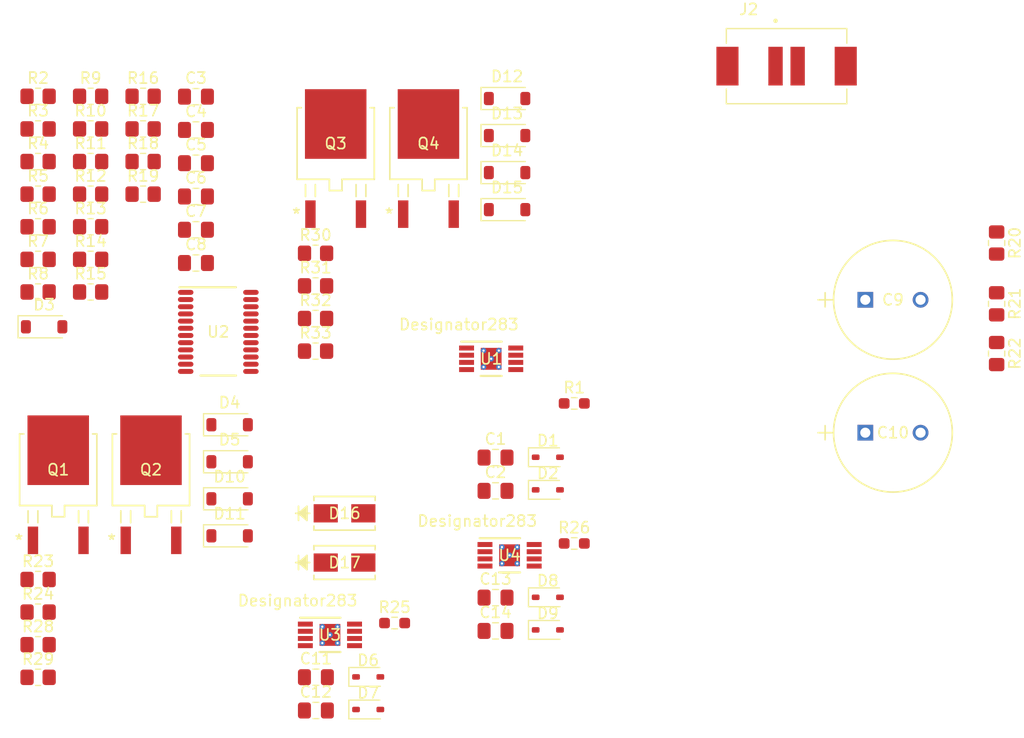
<source format=kicad_pcb>
(kicad_pcb (version 20240108) (generator "pcbnew") (generator_version "8.0")
  (layers (0 "F.Cu" signal) (1 "In1.Cu" signal) (2 "In2.Cu" signal) (31 "B.Cu" signal) (34 "B.Paste" user) (35 "F.Paste" user) (36 "B.SilkS" user "B.Silkscreen") (37 "F.SilkS" user "F.Silkscreen") (38 "B.Mask" user) (39 "F.Mask" user) (44 "Edge.Cuts" user))
  (net 0 "")
  (net 1 "/UCC27324P/OUTa")
  (net 2 "Net-(C1-Pad1)")
  (net 3 "Net-(U1-VDD)")
  (net 4 "GND")
  (net 5 "Net-(U2-VREF)")
  (net 7 "Net-(C4-Pad2)")
  (net 8 "Net-(C4-Pad1)")
  (net 9 "Net-(U2-COMP)")
  (net 10 "Net-(U2-SS_EN)")
  (net 11 "Net-(U2-VDD)")
  (net 12 "Net-(U2-CS)")
  (net 13 "Net-(U3-VDD)")
  (net 14 "/UCC27324P1/OUTa")
  (net 15 "Net-(C12-Pad1)")
  (net 16 "Net-(U4-VDD)")
  (net 17 "Net-(C14-Pad1)")
  (net 18 "/UCC27324P2/OUTa")
  (net 19 "Net-(D1-C)")
  (net 20 "/UCC27324P/OUTb")
  (net 21 "/controller/Vb")
  (net 22 "Net-(D3-K)")
  (net 23 "Net-(D4-K)")
  (net 24 "Net-(D4-A)")
  (net 25 "/rectif/Lout")
  (net 26 "/UCC27324P1/OUTb")
  (net 27 "Net-(D7-C)")
  (net 28 "/UCC27324P2/OUTb")
  (net 29 "Net-(D9-C)")
  (net 30 "Net-(D10-A)")
  (net 31 "Net-(D10-K)")
  (net 32 "Net-(D12-A)")
  (net 33 "Net-(D12-K)")
  (net 34 "/rectif1/Lout")
  (net 35 "Net-(D14-A)")
  (net 36 "Net-(D14-K)")
  (net 37 "/rectif/Vin")
  (net 38 "Net-(D16-A)")
  (net 40 "Earth")
  (net 41 "Net-(C10-Pad1)")
  (net 42 "Net-(R3-Pad2)")
  (net 44 "Net-(U2-ADELEF)")
  (net 45 "Net-(U2-ADEL)")
  (net 46 "Net-(U2-DCM)")
  (net 48 "Net-(U2-TMIN)")
  (net 49 "Net-(U2-RSUM)")
  (net 51 "Net-(U2-RT)")
  (net 52 "Net-(U2-DELEF)")
  (net 53 "Net-(U2-DELCD)")
  (net 54 "Net-(U2-DELAB)")
  (net 60 "/UCC27324P/INa")
  (net 61 "/UCC27324P/INb")
  (net 64 "/UCC27324P1/INa")
  (net 65 "EA+")
  (net 66 "EA-")
  (net 69 "/UCC27324P2/INb")
  (net 70 "/UCC27324P2/INa")
  (net 71 "/UCC27324P1/INb")
  (net 78 "Net-(R20-Pad2)")
  (net 79 "Net-(R21-Pad2)")
  (footprint "Resistor_SMD:R_0603_1608Metric_Pad0.98x0.95mm_HandSolder" (layer "F.Cu") (at 115.04 104.88)
    (property "Reference" "R25" (at 0 -1.43 0) (layer "F.SilkS"))
    (property "Value" "3R01")
    (pad "1" smd roundrect (at -0.9125 0) (size 0.975 0.95) (layers "F.Cu" "F.Paste" "F.Mask") (net 27 "Net-(D7-C)"))
    (pad "2" smd roundrect (at 0.9125 0) (size 0.975 0.95) (layers "F.Cu" "F.Paste" "F.Mask") (net 15 "Net-(C12-Pad1)"))
  )
  (footprint "Resistor_SMD:R_0805_2012Metric_Pad1.20x1.40mm_HandSolder" (layer "F.Cu") (at 169.5 80.5 -90)
    (property "Reference" "R22" (at 0 -1.65 90) (layer "F.SilkS"))
    (property "Value" "R")
    (pad "1" smd roundrect (at -1 0 270) (size 1.2 1.4) (layers "F.Cu" "F.Paste" "F.Mask") (roundrect_rratio 0.208333) (net 79 "Net-(R21-Pad2)"))
    (pad "2" smd roundrect (at 1 0 270) (size 1.2 1.4) (layers "F.Cu" "F.Paste" "F.Mask") (roundrect_rratio 0.208333) (net 40 "Earth"))
  )
  (footprint "Resistor_SMD:R_0805_2012Metric_Pad1.20x1.40mm_HandSolder" (layer "F.Cu") (at 87.54 57.23)
    (property "Reference" "R9" (at 0 -1.65 0) (layer "F.SilkS"))
    (property "Value" "1k")
    (pad "1" smd roundrect (at -1 0) (size 1.2 1.4) (layers "F.Cu" "F.Paste" "F.Mask") (roundrect_rratio 0.208333) (net 46 "Net-(U2-DCM)"))
    (pad "2" smd roundrect (at 1 0) (size 1.2 1.4) (layers "F.Cu" "F.Paste" "F.Mask") (roundrect_rratio 0.208333) (net 4 "GND"))
  )
  (footprint "Diode_SMD:BAT54WS-P36_SOD-323F" (layer "F.Cu") (at 127.8 92.83)
    (property "Reference" "D2" (at 1.1 -1.5 0) (layer "F.SilkS"))
    (property "Value" "BAT54WS")
    (pad "1" smd roundrect (at 0 0) (size 0.7 0.5) (layers "F.Cu" "F.Paste" "F.Mask") (net 4 "GND"))
    (pad "2" smd roundrect (at 2.2 0) (size 0.7 0.5) (layers "F.Cu" "F.Paste" "F.Mask") (net 20 "/UCC27324P/OUTb"))
  )
  (footprint "Capacitor_THT:Radial-Can-THT" (layer "F.Cu") (at 157.6203 75.6368)
    (property "Reference" "C9" (at 2.5 0 0) (layer "F.SilkS"))
    (property "Value" "C_Polarized")
    (pad "1" thru_hole rect (at 0 0) (size 1.4224 1.4224) (drill 0.9144) (layers "*.Cu" "*.Mask") (net 41 "Net-(C10-Pad1)"))
    (pad "2" thru_hole circle (at 5 0) (size 1.4224 1.4224) (drill 0.9144) (layers "*.Cu" "*.Mask") (net 40 "Earth"))
  )
  (footprint "Resistor_SMD:R_0805_2012Metric_Pad1.20x1.40mm_HandSolder" (layer "F.Cu") (at 92.29 63.13)
    (property "Reference" "R18" (at 0 -1.65 0) (layer "F.SilkS"))
    (property "Value" "1.91k")
    (pad "1" smd roundrect (at -1 0) (size 1.2 1.4) (layers "F.Cu" "F.Paste" "F.Mask") (roundrect_rratio 0.208333) (net 4 "GND"))
    (pad "2" smd roundrect (at 1 0) (size 1.2 1.4) (layers "F.Cu" "F.Paste" "F.Mask") (roundrect_rratio 0.208333) (net 22 "Net-(D3-K)"))
  )
  (footprint "Diode_SMD:D_SOD-123" (layer "F.Cu") (at 125.215 67.48)
    (property "Reference" "D15" (at 0 -2 0) (layer "F.SilkS"))
    (property "Value" "MMSZ5242B-7-F")
    (pad "1" smd roundrect (at -1.65 0) (size 0.9 1.2) (layers "F.Cu" "F.Paste" "F.Mask") (net 36 "Net-(D14-K)"))
    (pad "2" smd roundrect (at 1.65 0) (size 0.9 1.2) (layers "F.Cu" "F.Paste" "F.Mask") (net 4 "GND"))
  )
  (footprint "Resistor_SMD:R_0805_2012Metric_Pad1.20x1.40mm_HandSolder" (layer "F.Cu") (at 82.79 106.84)
    (property "Reference" "R28" (at 0 -1.65 0) (layer "F.SilkS"))
    (property "Value" "3.01")
    (pad "1" smd roundrect (at -1 0) (size 1.2 1.4) (layers "F.Cu" "F.Paste" "F.Mask") (roundrect_rratio 0.208333))
    (pad "2" smd roundrect (at 1 0) (size 1.2 1.4) (layers "F.Cu" "F.Paste" "F.Mask") (roundrect_rratio 0.208333) (net 30 "Net-(D10-A)"))
  )
  (footprint "Resistor_SMD:R_0805_2012Metric_Pad1.20x1.40mm_HandSolder" (layer "F.Cu") (at 87.54 71.98)
    (property "Reference" "R14" (at 0 -1.65 0) (layer "F.SilkS"))
    (property "Value" "75k")
    (pad "1" smd roundrect (at -1 0) (size 1.2 1.4) (layers "F.Cu" "F.Paste" "F.Mask") (roundrect_rratio 0.208333) (net 4 "GND"))
    (pad "2" smd roundrect (at 1 0) (size 1.2 1.4) (layers "F.Cu" "F.Paste" "F.Mask") (roundrect_rratio 0.208333) (net 52 "Net-(U2-DELEF)"))
  )
  (footprint "Diode_SMD:D_SOD-123" (layer "F.Cu") (at 100.115 90.29)
    (property "Reference" "D5" (at 0 -2 0) (layer "F.SilkS"))
    (property "Value" "MMSZ5242B-7-F")
    (pad "1" smd roundrect (at -1.65 0) (size 0.9 1.2) (layers "F.Cu" "F.Paste" "F.Mask") (net 23 "Net-(D4-K)"))
    (pad "2" smd roundrect (at 1.65 0) (size 0.9 1.2) (layers "F.Cu" "F.Paste" "F.Mask") (net 25 "/rectif/Lout"))
  )
  (footprint "Capacitor_SMD:C_0805_2012Metric_Pad1.18x1.45mm_HandSolder" (layer "F.Cu") (at 124.17 92.92)
    (property "Reference" "C2" (at 0 -1.68 0) (layer "F.SilkS"))
    (property "Value" "1uF")
    (pad "1" smd roundrect (at -1.0375 0) (size 1.175 1.45) (layers "F.Cu" "F.Paste" "F.Mask") (roundrect_rratio 0.212766) (net 3 "Net-(U1-VDD)"))
    (pad "2" smd roundrect (at 1.0375 0) (size 1.175 1.45) (layers "F.Cu" "F.Paste" "F.Mask") (roundrect_rratio 0.212766) (net 4 "GND"))
  )
  (footprint "Capacitor_SMD:C_0805_2012Metric_Pad1.18x1.45mm_HandSolder" (layer "F.Cu") (at 107.92 109.78)
    (property "Reference" "C11" (at 0 -1.68 0) (layer "F.SilkS"))
    (property "Value" "1uF")
    (pad "1" smd roundrect (at -1.0375 0) (size 1.175 1.45) (layers "F.Cu" "F.Paste" "F.Mask") (roundrect_rratio 0.212766) (net 13 "Net-(U3-VDD)"))
    (pad "2" smd roundrect (at 1.0375 0) (size 1.175 1.45) (layers "F.Cu" "F.Paste" "F.Mask") (roundrect_rratio 0.212766) (net 4 "GND"))
  )
  (footprint "Capacitor_SMD:C_0805_2012Metric_Pad1.18x1.45mm_HandSolder" (layer "F.Cu") (at 124.17 105.59)
    (property "Reference" "C14" (at 0 -1.68 0) (layer "F.SilkS"))
    (property "Value" "1 µF")
    (pad "1" smd roundrect (at -1.0375 0) (size 1.175 1.45) (layers "F.Cu" "F.Paste" "F.Mask") (roundrect_rratio 0.212766) (net 17 "Net-(C14-Pad1)"))
    (pad "2" smd roundrect (at 1.0375 0) (size 1.175 1.45) (layers "F.Cu" "F.Paste" "F.Mask") (roundrect_rratio 0.212766) (net 18 "/UCC27324P2/OUTa"))
  )
  (footprint "Diode_SMD:D_SOD-123" (layer "F.Cu") (at 100.115 93.64)
    (property "Reference" "D10" (at 0 -2 0) (layer "F.SilkS"))
    (property "Value" "MMSD4148T1G")
    (pad "1" smd roundrect (at -1.65 0) (size 0.9 1.2) (layers "F.Cu" "F.Paste" "F.Mask") (net 31 "Net-(D10-K)"))
    (pad "2" smd roundrect (at 1.65 0) (size 0.9 1.2) (layers "F.Cu" "F.Paste" "F.Mask") (net 30 "Net-(D10-A)"))
  )
  (footprint "Capacitor_SMD:C_0805_2012Metric_Pad1.18x1.45mm_HandSolder" (layer "F.Cu") (at 124.17 102.58)
    (property "Reference" "C13" (at 0 -1.68 0) (layer "F.SilkS"))
    (property "Value" "1uF")
    (pad "1" smd roundrect (at -1.0375 0) (size 1.175 1.45) (layers "F.Cu" "F.Paste" "F.Mask") (roundrect_rratio 0.212766) (net 16 "Net-(U4-VDD)"))
    (pad "2" smd roundrect (at 1.0375 0) (size 1.175 1.45) (layers "F.Cu" "F.Paste" "F.Mask") (roundrect_rratio 0.212766) (net 4 "GND"))
  )
  (footprint "Diode_SMD:BAT54WS-P36_SOD-323F" (layer "F.Cu") (at 111.55 112.7)
    (property "Reference" "D7" (at 1.1 -1.5 0) (layer "F.SilkS"))
    (property "Value" "BAT54WS")
    (pad "1" smd roundrect (at 0 0) (size 0.7 0.5) (layers "F.Cu" "F.Paste" "F.Mask") (net 4 "GND"))
    (pad "2" smd roundrect (at 2.2 0) (size 0.7 0.5) (layers "F.Cu" "F.Paste" "F.Mask") (net 27 "Net-(D7-C)"))
  )
  (footprint "UCC27424QDGNRQ1:DGN0008B_N" (layer "F.Cu") (at 125.440001 98.749999)
    (property "Reference" "U4" (at 0 0 0) (layer "F.SilkS"))
    (property "Value" "UCC27424QDGNRQ1")
    (fp_text user "Designator283" (at -2.921 -3.0988 0) (layer "F.SilkS"))
    (pad "1" smd rect (at -2.224999 -0.974999 90) (size 0.449999 1.35) (layers "F.Cu" "F.Paste" "F.Mask"))
    (pad "2" smd rect (at -2.224999 -0.324998 90) (size 0.449999 1.35) (layers "F.Cu" "F.Paste" "F.Mask") (net 70 "/UCC27324P2/INa"))
    (pad "3" smd rect (at -2.224999 0.325001 90) (size 0.449999 1.35) (layers "F.Cu" "F.Paste" "F.Mask") (net 4 "GND"))
    (pad "4" smd rect (at -2.224999 0.975002 90) (size 0.449999 1.35) (layers "F.Cu" "F.Paste" "F.Mask") (net 69 "/UCC27324P2/INb"))
    (pad "5" smd rect (at 2.225002 0.975002 90) (size 0.449999 1.35) (layers "F.Cu" "F.Paste" "F.Mask") (net 28 "/UCC27324P2/OUTb"))
    (pad "6" smd rect (at 2.225002 0.325001 90) (size 0.449999 1.35) (layers "F.Cu" "F.Paste" "F.Mask") (net 16 "Net-(U4-VDD)"))
    (pad "7" smd rect (at 2.225002 -0.324998 90) (size 0.449999 1.35) (layers "F.Cu" "F.Paste" "F.Mask") (net 29 "Net-(D9-C)"))
    (pad "8" smd rect (at 2.225002 -0.974999 90) (size 0.449999 1.35) (layers "F.Cu" "F.Paste" "F.Mask"))
    (pad "9" smd rect (at 0 0) (size 1.879999 1.980001) (layers "F.Cu" "F.Paste" "F.Mask"))
    (pad "V" thru_hole circle (at -0.690001 -0.740001) (size 0.499999 0.499999) (drill 0.2032) (layers "*.Cu" "*.Mask"))
    (pad "V" thru_hole circle (at -0.690001 0.740001) (size 0.499999 0.499999) (drill 0.2032) (layers "*.Cu" "*.Mask"))
    (pad "V" thru_hole circle (at 0 0) (size 0.499999 0.499999) (drill 0.2032) (layers "*.Cu" "*.Mask"))
    (pad "V" thru_hole circle (at 0.690001 -0.740001) (size 0.499999 0.499999) (drill 0.2032) (layers "*.Cu" "*.Mask"))
    (pad "V" thru_hole circle (at 0.690001 0.740001) (size 0.499999 0.499999) (drill 0.2032) (layers "*.Cu" "*.Mask"))
  )
  (footprint "Resistor_SMD:R_0805_2012Metric_Pad1.20x1.40mm_HandSolder" (layer "F.Cu") (at 82.79 100.94)
    (property "Reference" "R23" (at 0 -1.65 0) (layer "F.SilkS"))
    (property "Value" "3.01")
    (pad "1" smd roundrect (at -1 0) (size 1.2 1.4) (layers "F.Cu" "F.Paste" "F.Mask") (roundrect_rratio 0.208333))
    (pad "2" smd roundrect (at 1 0) (size 1.2 1.4) (layers "F.Cu" "F.Paste" "F.Mask") (roundrect_rratio 0.208333) (net 24 "Net-(D4-A)"))
  )
  (footprint "Resistor_SMD:R_0805_2012Metric_Pad1.20x1.40mm_HandSolder" (layer "F.Cu") (at 92.29 60.18)
    (property "Reference" "R17" (at 0 -1.65 0) (layer "F.SilkS"))
    (property "Value" "1k")
    (pad "1" smd roundrect (at -1 0) (size 1.2 1.4) (layers "F.Cu" "F.Paste" "F.Mask") (roundrect_rratio 0.208333) (net 12 "Net-(U2-CS)"))
    (pad "2" smd roundrect (at 1 0) (size 1.2 1.4) (layers "F.Cu" "F.Paste" "F.Mask") (roundrect_rratio 0.208333) (net 22 "Net-(D3-K)"))
  )
  (footprint "STD3NK80ZT4:DPAK_STM" (layer "F.Cu") (at 118.1021 61.5001)
    (property "Reference" "Q4" (at 0 0 0) (layer "F.SilkS"))
    (property "Value" "STD3NK80ZT4")
    (fp_text user "*" (at -3.556 6.3881 0) (layer "F.SilkS"))
    (fp_text user "*" (at -3.556 6.3881 0) (layer "F.SilkS"))
    (pad "1" smd rect (at -2.286 6.3881) (size 0.9398 2.4892) (layers "F.Cu" "F.Paste" "F.Mask") (net 35 "Net-(D14-A)"))
    (pad "2" smd rect (at 2.286 6.3881) (size 0.9398 2.4892) (layers "F.Cu" "F.Paste" "F.Mask") (net 34 "/rectif1/Lout"))
    (pad "3" smd rect (at 0 -1.7653) (size 5.5626 6.2992) (layers "F.Cu" "F.Paste" "F.Mask") (net 4 "GND"))
  )
  (footprint "Resistor_SMD:R_0805_2012Metric_Pad1.20x1.40mm_HandSolder" (layer "F.Cu") (at 82.79 60.18)
    (property "Reference" "R3" (at 0 -1.65 0) (layer "F.SilkS"))
    (property "Value" "2.37k")
    (pad "1" smd roundrect (at -1 0) (size 1.2 1.4) (layers "F.Cu" "F.Paste" "F.Mask") (roundrect_rratio 0.208333) (net 5 "Net-(U2-VREF)"))
    (pad "2" smd roundrect (at 1 0) (size 1.2 1.4) (layers "F.Cu" "F.Paste" "F.Mask") (roundrect_rratio 0.208333) (net 42 "Net-(R3-Pad2)"))
  )
  (footprint "Capacitor_SMD:C_0805_2012Metric_Pad1.18x1.45mm_HandSolder" (layer "F.Cu") (at 97.07 60.27)
    (property "Reference" "C4" (at 0 -1.68 0) (layer "F.SilkS"))
    (property "Value" "56nF")
    (pad "1" smd roundrect (at -1.0375 0) (size 1.175 1.45) (layers "F.Cu" "F.Paste" "F.Mask") (roundrect_rratio 0.212766) (net 8 "Net-(C4-Pad1)"))
    (pad "2" smd roundrect (at 1.0375 0) (size 1.175 1.45) (layers "F.Cu" "F.Paste" "F.Mask") (roundrect_rratio 0.212766) (net 7 "Net-(C4-Pad2)"))
  )
  (footprint "UCC27424QDGNRQ1:DGN0008B_N" (layer "F.Cu") (at 123.774998 80.974999)
    (property "Reference" "U1" (at 0 0 0) (layer "F.SilkS"))
    (property "Value" "UCC27424QDGNRQ1")
    (fp_text user "Designator283" (at -2.921 -3.0988 0) (layer "F.SilkS"))
    (pad "1" smd rect (at -2.224999 -0.974999 90) (size 0.449999 1.35) (layers "F.Cu" "F.Paste" "F.Mask"))
    (pad "2" smd rect (at -2.224999 -0.324998 90) (size 0.449999 1.35) (layers "F.Cu" "F.Paste" "F.Mask") (net 60 "/UCC27324P/INa"))
    (pad "3" smd rect (at -2.224999 0.325001 90) (size 0.449999 1.35) (layers "F.Cu" "F.Paste" "F.Mask") (net 4 "GND"))
    (pad "4" smd rect (at -2.224999 0.975002 90) (size 0.449999 1.35) (layers "F.Cu" "F.Paste" "F.Mask") (net 61 "/UCC27324P/INb"))
    (pad "5" smd rect (at 2.225002 0.975002 90) (size 0.449999 1.35) (layers "F.Cu" "F.Paste" "F.Mask") (net 20 "/UCC27324P/OUTb"))
    (pad "6" smd rect (at 2.225002 0.325001 90) (size 0.449999 1.35) (layers "F.Cu" "F.Paste" "F.Mask") (net 3 "Net-(U1-VDD)"))
    (pad "7" smd rect (at 2.225002 -0.324998 90) (size 0.449999 1.35) (layers "F.Cu" "F.Paste" "F.Mask") (net 19 "Net-(D1-C)"))
    (pad "8" smd rect (at 2.225002 -0.974999 90) (size 0.449999 1.35) (layers "F.Cu" "F.Paste" "F.Mask"))
    (pad "9" smd rect (at 0 0) (size 1.879999 1.980001) (layers "F.Cu" "F.Paste" "F.Mask"))
    (pad "V" thru_hole circle (at -0.690001 -0.740001) (size 0.499999 0.499999) (drill 0.2032) (layers "*.Cu" "*.Mask"))
    (pad "V" thru_hole circle (at -0.690001 0.740001) (size 0.499999 0.499999) (drill 0.2032) (layers "*.Cu" "*.Mask"))
    (pad "V" thru_hole circle (at 0 0) (size 0.499999 0.499999) (drill 0.2032) (layers "*.Cu" "*.Mask"))
    (pad "V" thru_hole circle (at 0.690001 -0.740001) (size 0.499999 0.499999) (drill 0.2032) (layers "*.Cu" "*.Mask"))
    (pad "V" thru_hole circle (at 0.690001 0.740001) (size 0.499999 0.499999) (drill 0.2032) (layers "*.Cu" "*.Mask"))
  )
  (footprint "Diode_SMD:D_SOD-123" (layer "F.Cu") (at 100.115 86.94)
    (property "Reference" "D4" (at 0 -2 0) (layer "F.SilkS"))
    (property "Value" "MMSD4148T1G")
    (pad "1" smd roundrect (at -1.65 0) (size 0.9 1.2) (layers "F.Cu" "F.Paste" "F.Mask") (net 23 "Net-(D4-K)"))
    (pad "2" smd roundrect (at 1.65 0) (size 0.9 1.2) (layers "F.Cu" "F.Paste" "F.Mask") (net 24 "Net-(D4-A)"))
  )
  (footprint "Resistor_SMD:R_0603_1608Metric_Pad0.98x0.95mm_HandSolder" (layer "F.Cu") (at 131.29 97.68)
    (property "Reference" "R26" (at 0 -1.43 0) (layer "F.SilkS"))
    (property "Value" "3R01")
    (pad "1" smd roundrect (at -0.9125 0) (size 0.975 0.95) (layers "F.Cu" "F.Paste" "F.Mask") (net 29 "Net-(D9-C)"))
    (pad "2" smd roundrect (at 0.9125 0) (size 0.975 0.95) (layers "F.Cu" "F.Paste" "F.Mask") (net 17 "Net-(C14-Pad1)"))
  )
  (footprint "STD3NK80ZT4:DPAK_STM" (layer "F.Cu") (at 93.0021 91.0101)
    (property "Reference" "Q2" (at 0 0 0) (layer "F.SilkS"))
    (property "Value" "STD3NK80ZT4")
    (fp_text user "*" (at -3.556 6.3881 0) (layer "F.SilkS"))
    (fp_text user "*" (at -3.556 6.3881 0) (layer "F.SilkS"))
    (pad "1" smd rect (at -2.286 6.3881) (size 0.9398 2.4892) (layers "F.Cu" "F.Paste" "F.Mask") (net 30 "Net-(D10-A)"))
    (pad "2" smd rect (at 2.286 6.3881) (size 0.9398 2.4892) (layers "F.Cu" "F.Paste" "F.Mask") (net 25 "/rectif/Lout"))
    (pad "3" smd rect (at 0 -1.7653) (size 5.5626 6.2992) (layers "F.Cu" "F.Paste" "F.Mask") (net 4 "GND"))
  )
  (footprint "Diode_SMD:D_SOD-123" (layer "F.Cu") (at 125.215 64.13)
    (property "Reference" "D14" (at 0 -2 0) (layer "F.SilkS"))
    (property "Value" "MMSD4148T1G")
    (pad "1" smd roundrect (at -1.65 0) (size 0.9 1.2) (layers "F.Cu" "F.Paste" "F.Mask") (net 36 "Net-(D14-K)"))
    (pad "2" smd roundrect (at 1.65 0) (size 0.9 1.2) (layers "F.Cu" "F.Paste" "F.Mask") (net 35 "Net-(D14-A)"))
  )
  (footprint "Resistor_SMD:R_0805_2012Metric_Pad1.20x1.40mm_HandSolder" (layer "F.Cu") (at 92.29 57.23)
    (property "Reference" "R16" (at 0 -1.65 0) (layer "F.SilkS"))
    (property "Value" "75k")
    (pad "1" smd roundrect (at -1 0) (size 1.2 1.4) (layers "F.Cu" "F.Paste" "F.Mask") (roundrect_rratio 0.208333) (net 4 "GND"))
    (pad "2" smd roundrect (at 1 0) (size 1.2 1.4) (layers "F.Cu" "F.Paste" "F.Mask") (roundrect_rratio 0.208333) (net 54 "Net-(U2-DELAB)"))
  )
  (footprint "Diode_SMD:D_SOD-123" (layer "F.Cu") (at 125.215 60.78)
    (property "Reference" "D13" (at 0 -2 0) (layer "F.SilkS"))
    (property "Value" "MMSZ5242B-7-F")
    (pad "1" smd roundrect (at -1.65 0) (size 0.9 1.2) (layers "F.Cu" "F.Paste" "F.Mask") (net 33 "Net-(D12-K)"))
    (pad "2" smd roundrect (at 1.65 0) (size 0.9 1.2) (layers "F.Cu" "F.Paste" "F.Mask") (net 34 "/rectif1/Lout"))
  )
  (footprint "Capacitor_SMD:C_0805_2012Metric_Pad1.18x1.45mm_HandSolder" (layer "F.Cu") (at 97.07 69.3)
    (property "Reference" "C7" (at 0 -1.68 0) (layer "F.SilkS"))
    (property "Value" "1uF")
    (pad "1" smd roundrect (at -1.0375 0) (size 1.175 1.45) (layers "F.Cu" "F.Paste" "F.Mask") (roundrect_rratio 0.212766) (net 11 "Net-(U2-VDD)"))
    (pad "2" smd roundrect (at 1.0375 0) (size 1.175 1.45) (layers "F.Cu" "F.Paste" "F.Mask") (roundrect_rratio 0.212766) (net 4 "GND"))
  )
  (footprint "Capacitor_SMD:C_0805_2012Metric_Pad1.18x1.45mm_HandSolder" (layer "F.Cu") (at 97.07 72.31)
    (property "Reference" "C8" (at 0 -1.68 0) (layer "F.SilkS"))
    (property "Value" "470pF")
    (pad "1" smd roundrect (at -1.0375 0) (size 1.175 1.45) (layers "F.Cu" "F.Paste" "F.Mask") (roundrect_rratio 0.212766) (net 12 "Net-(U2-CS)"))
    (pad "2" smd roundrect (at 1.0375 0) (size 1.175 1.45) (layers "F.Cu" "F.Paste" "F.Mask") (roundrect_rratio 0.212766) (net 4 "GND"))
  )
  (footprint "Resistor_SMD:R_0805_2012Metric_Pad1.20x1.40mm_HandSolder" (layer "F.Cu") (at 87.54 69.03)
    (property "Reference" "R13" (at 0 -1.65 0) (layer "F.SilkS"))
    (property "Value" "59k")
    (pad "1" smd roundrect (at -1 0) (size 1.2 1.4) (layers "F.Cu" "F.Paste" "F.Mask") (roundrect_rratio 0.208333) (net 51 "Net-(U2-RT)"))
    (pad "2" smd roundrect (at 1 0) (size 1.2 1.4) (layers "F.Cu" "F.Paste" "F.Mask") (roundrect_rratio 0.208333))
  )
  (footprint "Capacitor_SMD:C_0805_2012Metric_Pad1.18x1.45mm_HandSolder" (layer "F.Cu") (at 124.17 89.91)
    (property "Reference" "C1" (at 0 -1.68 0) (layer "F.SilkS"))
    (property "Value" "1 µF")
    (pad "1" smd roundrect (at -1.0375 0) (size 1.175 1.45) (layers "F.Cu" "F.Paste" "F.Mask") (roundrect_rratio 0.212766) (net 2 "Net-(C1-Pad1)"))
    (pad "2" smd roundrect (at 1.0375 0) (size 1.175 1.45) (layers "F.Cu" "F.Paste" "F.Mask") (roundrect_rratio 0.212766) (net 1 "/UCC27324P/OUTa"))
  )
  (footprint "Resistor_SMD:R_0805_2012Metric_Pad1.20x1.40mm_HandSolder" (layer "F.Cu") (at 82.79 63.13)
    (property "Reference" "R4" (at 0 -1.65 0) (layer "F.SilkS"))
    (property "Value" "2.37k")
    (pad "1" smd roundrect (at -1 0) (size 1.2 1.4) (layers "F.Cu" "F.Paste" "F.Mask") (roundrect_rratio 0.208333) (net 42 "Net-(R3-Pad2)"))
    (pad "2" smd roundrect (at 1 0) (size 1.2 1.4) (layers "F.Cu" "F.Paste" "F.Mask") (roundrect_rratio 0.208333))
  )
  (footprint "Diode_SMD:BAT54WS-P36_SOD-323F" (layer "F.Cu") (at 127.8 102.55)
    (property "Reference" "D8" (at 1.1 -1.5 0) (layer "F.SilkS"))
    (property "Value" "BAT54WS")
    (pad "1" smd roundrect (at 0 0) (size 0.7 0.5) (layers "F.Cu" "F.Paste" "F.Mask") (net 4 "GND"))
    (pad "2" smd roundrect (at 2.2 0) (size 0.7 0.5) (layers "F.Cu" "F.Paste" "F.Mask") (net 28 "/UCC27324P2/OUTb"))
  )
  (footprint "Capacitor_SMD:C_0805_2012Metric_Pad1.18x1.45mm_HandSolder" (layer "F.Cu") (at 107.92 112.79)
    (property "Reference" "C12" (at 0 -1.68 0) (layer "F.SilkS"))
    (property "Value" "1 µF")
    (pad "1" smd roundrect (at -1.0375 0) (size 1.175 1.45) (layers "F.Cu" "F.Paste" "F.Mask") (roundrect_rratio 0.212766) (net 15 "Net-(C12-Pad1)"))
    (pad "2" smd roundrect (at 1.0375 0) (size 1.175 1.45) (layers "F.Cu" "F.Paste" "F.Mask") (roundrect_rratio 0.212766) (net 14 "/UCC27324P1/OUTa"))
  )
  (footprint "Resistor_SMD:R_0805_2012Metric_Pad1.20x1.40mm_HandSolder" (layer "F.Cu") (at 87.54 63.13)
    (property "Reference" "R11" (at 0 -1.65 0) (layer "F.SilkS"))
    (property "Value" "18.7k")
    (pad "1" smd roundrect (at -1 0) (size 1.2 1.4) (layers "F.Cu" "F.Paste" "F.Mask") (roundrect_rratio 0.208333) (net 4 "GND"))
    (pad "2" smd roundrect (at 1 0) (size 1.2 1.4) (layers "F.Cu" "F.Paste" "F.Mask") (roundrect_rratio 0.208333) (net 48 "Net-(U2-TMIN)"))
  )
  (footprint "Resistor_SMD:R_0805_2012Metric_Pad1.20x1.40mm_HandSolder" (layer "F.Cu") (at 107.89 80.28)
    (property "Reference" "R33" (at 0 -1.65 0) (layer "F.SilkS"))
    (property "Value" "10k")
    (pad "1" smd roundrect (at -1 0) (size 1.2 1.4) (layers "F.Cu" "F.Paste" "F.Mask") (roundrect_rratio 0.208333) (net 35 "Net-(D14-A)"))
    (pad "2" smd roundrect (at 1 0) (size 1.2 1.4) (layers "F.Cu" "F.Paste" "F.Mask") (roundrect_rratio 0.208333) (net 4 "GND"))
  )
  (footprint "STD3NK80ZT4:DPAK_STM" (layer "F.Cu") (at 109.7107 61.5001)
    (property "Reference" "Q3" (at 0 0 0) (layer "F.SilkS"))
    (property "Value" "STD3NK80ZT4")
    (fp_text user "*" (at -3.556 6.3881 0) (layer "F.SilkS"))
    (fp_text user "*" (at -3.556 6.3881 0) (layer "F.SilkS"))
    (pad "1" smd rect (at -2.286 6.3881) (size 0.9398 2.4892) (layers "F.Cu" "F.Paste" "F.Mask") (net 32 "Net-(D12-A)"))
    (pad "2" smd rect (at 2.286 6.3881) (size 0.9398 2.4892) (layers "F.Cu" "F.Paste" "F.Mask") (net 37 "/rectif/Vin"))
    (pad "3" smd rect (at 0 -1.7653) (size 5.5626 6.2992) (layers "F.Cu" "F.Paste" "F.Mask") (net 34 "/rectif1/Lout"))
  )
  (footprint "Resistor_SMD:R_0805_2012Metric_Pad1.20x1.40mm_HandSolder" (layer "F.Cu") (at 87.54 60.18)
    (property "Reference" "R10" (at 0 -1.65 0) (layer "F.SilkS"))
    (property "Value" "13k")
    (pad "1" smd roundrect (at -1 0) (size 1.2 1.4) (layers "F.Cu" "F.Paste" "F.Mask") (roundrect_rratio 0.208333))
    (pad "2" smd roundrect (at 1 0) (size 1.2 1.4) (layers "F.Cu" "F.Paste" "F.Mask") (roundrect_rratio 0.208333) (net 46 "Net-(U2-DCM)"))
  )
  (footprint "Connector:AMPHENOL_10159560-200421RLF" (layer "F.Cu") (at 150.5 54.5)
    (property "Reference" "J2" (at -3.425 -5.135 0) (layer "F.SilkS"))
    (property "Value" "10159560-200421RLF")
    (pad "" np_thru_hole circle (at -3.5 0) (size 0.85 0.85) (drill 0.85) (layers "*.Cu" "*.Mask"))
    (pad "" np_thru_hole circle (at 3.5 0) (size 1.25 1.25) (drill 1.25) (layers "*.Cu" "*.Mask"))
    (pad "1" smd rect (at -1 0) (size 1.3 3.5) (layers "F.Cu" "F.Paste" "F.Mask") (net 40 "Earth"))
    (pad "2" smd rect (at 1 0) (size 1.3 3.5) (layers "F.Cu" "F.Paste" "F.Mask") (net 41 "Net-(C10-Pad1)"))
    (pad "S1" smd rect (at -5.35 0) (size 2 3.5) (layers "F.Cu" "F.Paste" "F.Mask"))
    (pad "S2" smd rect (at 5.35 0) (size 2 3.5) (layers "F.Cu" "F.Paste" "F.Mask"))
  )
  (footprint "Resistor_SMD:R_0805_2012Metric_Pad1.20x1.40mm_HandSolder" (layer "F.Cu") (at 82.79 71.98)
    (property "Reference" "R7" (at 0 -1.65 0) (layer "F.SilkS"))
    (property "Value" "8.25k")
    (pad "1" smd roundrect (at -1 0) (size 1.2 1.4) (layers "F.Cu" "F.Paste" "F.Mask") (roundrect_rratio 0.208333) (net 45 "Net-(U2-ADEL)"))
    (pad "2" smd roundrect (at 1 0) (size 1.2 1.4) (layers "F.Cu" "F.Paste" "F.Mask") (roundrect_rratio 0.208333) (net 4 "GND"))
  )
  (footprint "Diode_SMD:D_DO214AC" (layer "F.Cu") (at 110.5108 94.9522)
    (property "Reference" "D16" (at 0 0 0) (layer "F.SilkS"))
    (property "Value" "US1G-E3/5AT")
    (pad "1" smd rect (at -1.7018 0 90) (size 1.651 2.1844) (layers "F.Cu" "F.Paste" "F.Mask") (net 37 "/rectif/Vin"))
    (pad "2" smd rect (at 1.7018 0 90) (size 1.651 2.1844) (layers "F.Cu" "F.Paste" "F.Mask") (net 38 "Net-(D16-A)"))
  )
  (footprint "Capacitor_SMD:C_0805_2012Metric_Pad1.18x1.45mm_HandSolder" (layer "F.Cu") (at 97.07 57.26)
    (property "Reference" "C3" (at 0 -1.68 0) (layer "F.SilkS"))
    (property "Value" "100nF")
    (pad "1" smd roundrect (at -1.0375 0) (size 1.175 1.45) (layers "F.Cu" "F.Paste" "F.Mask") (roundrect_rratio 0.212766) (net 5 "Net-(U2-VREF)"))
    (pad "2" smd roundrect (at 1.0375 0) (size 1.175 1.45) (layers "F.Cu" "F.Paste" "F.Mask") (roundrect_rratio 0.212766))
  )
  (footprint "Resistor_SMD:R_0805_2012Metric_Pad1.20x1.40mm_HandSolder" (layer "F.Cu") (at 169.5 70.5 -90)
    (property "Reference" "R20" (at 0 -1.65 90) (layer "F.SilkS"))
    (property "Value" "R")
    (pad "1" smd roundrect (at -1 0 270) (size 1.2 1.4) (layers "F.Cu" "F.Paste" "F.Mask") (roundrect_rratio 0.208333) (net 41 "Net-(C10-Pad1)"))
    (pad "2" smd roundrect (at 1 0 270) (size 1.2 1.4) (layers "F.Cu" "F.Paste" "F.Mask") (roundrect_rratio 0.208333) (net 78 "Net-(R20-Pad2)"))
  )
  (footprint "Diode_SMD:BAT54WS-P36_SOD-323F" (layer "F.Cu") (at 127.8 89.88)
    (property "Reference" "D1" (at 1.1 -1.5 0) (layer "F.SilkS"))
    (property "Value" "BAT54WS")
    (pad "1" smd roundrect (at 0 0) (size 0.7 0.5) (layers "F.Cu" "F.Paste" "F.Mask") (net 4 "GND"))
    (pad "2" smd roundrect (at 2.2 0) (size 0.7 0.5) (layers "F.Cu" "F.Paste" "F.Mask") (net 19 "Net-(D1-C)"))
  )
  (footprint "Resistor_SMD:R_0805_2012Metric_Pad1.20x1.40mm_HandSolder" (layer "F.Cu") (at 92.29 66.08)
    (property "Reference" "R19" (at 0 -1.65 0) (layer "F.SilkS"))
    (property "Value" "205k")
    (pad "1" smd roundrect (at -1 0) (size 1.2 1.4) (layers "F.Cu" "F.Paste" "F.Mask") (roundrect_rratio 0.208333) (net 4 "GND"))
    (pad "2" smd roundrect (at 1 0) (size 1.2 1.4) (layers "F.Cu" "F.Paste" "F.Mask") (roundrect_rratio 0.208333) (net 21 "/controller/Vb"))
  )
  (footprint "Resistor_SMD:R_0805_2012Metric_Pad1.20x1.40mm_HandSolder" (layer "F.Cu") (at 169.5 76 -90)
    (property "Reference" "R21" (at 0 -1.65 90) (layer "F.SilkS"))
    (property "Value" "R")
    (pad "1" smd roundrect (at -1 0 270) (size 1.2 1.4) (layers "F.Cu" "F.Paste" "F.Mask") (roundrect_rratio 0.208333) (net 78 "Net-(R20-Pad2)"))
    (pad "2" smd roundrect (at 1 0 270) (size 1.2 1.4) (layers "F.Cu" "F.Paste" "F.Mask") (roundrect_rratio 0.208333) (net 79 "Net-(R21-Pad2)"))
  )
  (footprint "Resistor_SMD:R_0805_2012Metric_Pad1.20x1.40mm_HandSolder" (layer "F.Cu") (at 107.89 74.38)
    (property "Reference" "R31" (at 0 -1.65 0) (layer "F.SilkS"))
    (property "Value" "3.01")
    (pad "1" smd roundrect (at -1 0) (size 1.2 1.4) (layers "F.Cu" "F.Paste" "F.Mask") (roundrect_rratio 0.208333))
    (pad "2" smd roundrect (at 1 0) (size 1.2 1.4) (layers "F.Cu" "F.Paste" "F.Mask") (roundrect_rratio 0.208333) (net 35 "Net-(D14-A)"))
  )
  (footprint "Diode_SMD:BAT54WS-P36_SOD-323F" (layer "F.Cu") (at 127.8 105.5)
    (property "Reference" "D9" (at 1.1 -1.5 0) (layer "F.SilkS"))
    (property "Value" "BAT54WS")
    (pad "1" smd roundrect (at 0 0) (size 0.7 0.5) (layers "F.Cu" "F.Paste" "F.Mask") (net 4 "GND"))
    (pad "2" smd roundrect (at 2.2 0) (size 0.7 0.5) (layers "F.Cu" "F.Paste" "F.Mask") (net 29 "Net-(D9-C)"))
  )
  (footprint "Resistor_SMD:R_0805_2012Metric_Pad1.20x1.40mm_HandSolder" (layer "F.Cu") (at 87.54 74.93)
    (property "Reference" "R15" (at 0 -1.65 0) (layer "F.SilkS"))
    (property "Value" "75k")
    (pad "1" smd roundrect (at -1 0) (size 1.2 1.4) (layers "F.Cu" "F.Paste" "F.Mask") (roundrect_rratio 0.208333) (net 4 "GND"))
    (pad "2" smd roundrect (at 1 0) (size 1.2 1.4) (layers "F.Cu" "F.Paste" "F.Mask") (roundrect_rratio 0.208333) (net 53 "Net-(U2-DELCD)"))
  )
  (footprint "UCC27424QDGNRQ1:DGN0008B_N" (layer "F.Cu") (at 109.190001 105.949999)
    (property "Reference" "U3" (at 0 0 0) (layer "F.SilkS"))
    (property "Value" "UCC27424QDGNRQ1")
    (fp_text user "Designator283" (at -2.921 -3.0988 0) (layer "F.SilkS"))
    (pad "1" smd rect (at -2.224999 -0.974999 90) (size 0.449999 1.35) (layers "F.Cu" "F.Paste" "F.Mask"))
    (pad "2" smd rect (at -2.224999 -0.324998 90) (size 0.449999 1.35) (layers "F.Cu" "F.Paste" "F.Mask") (net 64 "/UCC27324P1/INa"))
    (pad "3" smd rect (at -2.224999 0.325001 90) (size 0.449999 1.35) (layers "F.Cu" "F.Paste" "F.Mask") (net 4 "GND"))
    (pad "4" smd rect (at -2.224999 0.975002 90) (size 0.449999 1.35) (layers "F.Cu" "F.Paste" "F.Mask") (net 71 "/UCC27324P1/INb"))
    (pad "5" smd rect (at 2.225002 0.975002 90) (size 0.449999 1.35) (layers "F.Cu" "F.Paste" "F.Mask") (net 26 "/UCC27324P1/OUTb"))
    (pad "6" smd rect (at 2.225002 0.325001 90) (size 0.449999 1.35) (layers "F.Cu" "F.Paste" "F.Mask") (net 13 "Net-(U3-VDD)"))
    (pad "7" smd rect (at 2.225002 -0.324998 90) (size 0.449999 1.35) (layers "F.Cu" "F.Paste" "F.Mask") (net 27 "Net-(D7-C)"))
    (pad "8" smd rect (at 2.225002 -0.974999 90) (size 0.449999 1.35) (layers "F.Cu" "F.Paste" "F.Mask"))
    (pad "9" smd rect (at 0 0) (size 1.879999 1.980001) (layers "F.Cu" "F.Paste" "F.Mask"))
    (pad "V" thru_hole circle (at -0.690001 -0.740001) (size 0.499999 0.499999) (drill 0.2032) (layers "*.Cu" "*.Mask"))
    (pad "V" thru_hole circle (at -0.690001 0.740001) (size 0.499999 0.499999) (drill 0.2032) (layers "*.Cu" "*.Mask"))
    (pad "V" thru_hole circle (at 0 0) (size 0.499999 0.499999) (drill 0.2032) (layers "*.Cu" "*.Mask"))
    (pad "V" thru_hole circle (at 0.690001 -0.740001) (size 0.499999 0.499999) (drill 0.2032) (layers "*.Cu" "*.Mask"))
    (pad "V" thru_hole circle (at 0.690001 0.740001) (size 0.499999 0.499999) (drill 0.2032) (layers "*.Cu" "*.Mask"))
  )
  (footprint "Resistor_SMD:R_0805_2012Metric_Pad1.20x1.40mm_HandSolder" (layer "F.Cu") (at 82.79 103.89)
    (property "Reference" "R24" (at 0 -1.65 0) (layer "F.SilkS"))
    (property "Value" "10k")
    (pad "1" smd roundrect (at -1 0) (size 1.2 1.4) (layers "F.Cu" "F.Paste" "F.Mask") (roundrect_rratio 0.208333) (net 24 "Net-(D4-A)"))
    (pad "2" smd roundrect (at 1 0) (size 1.2 1.4) (layers "F.Cu" "F.Paste" "F.Mask") (roundrect_rratio 0.208333) (net 25 "/rectif/Lout"))
  )
  (footprint "Diode_SMD:D_SOD-123" (layer "F.Cu") (at 125.215 57.43)
    (property "Reference" "D12" (at 0 -2 0) (layer "F.SilkS"))
    (property "Value" "MMSD4148T1G")
    (pad "1" smd roundrect (at -1.65 0) (size 0.9 1.2) (layers "F.Cu" "F.Paste" "F.Mask") (net 33 "Net-(D12-K)"))
    (pad "2" smd roundrect (at 1.65 0) (size 0.9 1.2) (layers "F.Cu" "F.Paste" "F.Mask") (net 32 "Net-(D12-A)"))
  )
  (footprint "Capacitor_SMD:C_0805_2012Metric_Pad1.18x1.45mm_HandSolder" (layer "F.Cu") (at 97.07 63.28)
    (property "Reference" "C5" (at 0 -1.68 0) (layer "F.SilkS"))
    (property "Value" "5.6nF")
    (pad "1" smd roundrect (at -1.0375 0) (size 1.175 1.45) (layers "F.Cu" "F.Paste" "F.Mask") (roundrect_rratio 0.212766) (net 9 "Net-(U2-COMP)"))
    (pad "2" smd roundrect (at 1.0375 0) (size 1.175 1.45) (layers "F.Cu" "F.Paste" "F.Mask") (roundrect_rratio 0.212766) (net 7 "Net-(C4-Pad2)"))
  )
  (footprint "Resistor_SMD:R_0805_2012Metric_Pad1.20x1.40mm_HandSolder" (layer "F.Cu") (at 87.54 66.08)
    (property "Reference" "R12" (at 0 -1.65 0) (layer "F.SilkS"))
    (property "Value" "133k")
    (pad "1" smd roundrect (at -1 0) (size 1.2 1.4) (layers "F.Cu" "F.Paste" "F.Mask") (roundrect_rratio 0.208333) (net 4 "GND"))
    (pad "2" smd roundrect (at 1 0) (size 1.2 1.4) (layers "F.Cu" "F.Paste" "F.Mask") (roundrect_rratio 0.208333) (net 49 "Net-(U2-RSUM)"))
  )
  (footprint "UCC28950QPWRQ1:PW0024A_N" (layer "F.Cu") (at 99.09 78.539999)
    (property "Reference" "U2" (at 0 0 0) (layer "F.SilkS"))
    (property "Value" "UCC28950QPWRQ1")
    (pad "1" smd oval (at -2.949999 -3.574999 90) (size 0.449999 1.4) (layers "F.Cu" "F.Paste" "F.Mask") (net 5 "Net-(U2-VREF)"))
    (pad "2" smd oval (at -2.949999 -2.924998 90) (size 0.449999 1.4) (layers "F.Cu" "F.Paste" "F.Mask") (net 65 "EA+"))
    (pad "3" smd oval (at -2.949999 -2.274999 90) (size 0.449999 1.4) (layers "F.Cu" "F.Paste" "F.Mask") (net 66 "EA-"))
    (pad "4" smd oval (at -2.949999 -1.624998 90) (size 0.449999 1.4) (layers "F.Cu" "F.Paste" "F.Mask") (net 9 "Net-(U2-COMP)"))
    (pad "5" smd oval (at -2.949999 -0.974999 90) (size 0.449999 1.4) (layers "F.Cu" "F.Paste" "F.Mask") (net 10 "Net-(U2-SS_EN)"))
    (pad "6" smd oval (at -2.949999 -0.324998 90) (size 0.449999 1.4) (layers "F.Cu" "F.Paste" "F.Mask") (net 54 "Net-(U2-DELAB)"))
    (pad "7" smd oval (at -2.949999 0.325001 90) (size 0.449999 1.4) (layers "F.Cu" "F.Paste" "F.Mask") (net 53 "Net-(U2-DELCD)"))
    (pad "8" smd oval (at -2.949999 0.975002 90) (size 0.449999 1.4) (layers "F.Cu" "F.Paste" "F.Mask") (net 52 "Net-(U2-DELEF)"))
    (pad "9" smd oval (at -2.949999 1.625001 90) (size 0.449999 1.4) (layers "F.Cu" "F.Paste" "F.Mask") (net 48 "Net-(U2-TMIN)"))
    (pad "10" smd oval (at -2.949999 2.275002 90) (size 0.449999 1.4) (layers "F.Cu" "F.Paste" "F.Mask") (net 51 "Net-(U2-RT)"))
    (pad "11" smd oval (at -2.949999 2.925 90) (size 0.449999 1.4) (layers "F.Cu" "F.Paste" "F.Mask") (net 49 "Net-(U2-RSUM)"))
    (pad "12" smd oval (at -2.949999 3.575002 90) (size 0.449999 1.4) (layers "F.Cu" "F.Paste" "F.Mask") (net 46 "Net-(U2-DCM)"))
    (pad "13" smd oval (at 2.950002 3.575002 90) (size 0.449999 1.4) (layers "F.Cu" "F.Paste" "F.Mask") (net 44 "Net-(U2-ADELEF)"))
    (pad "14" smd oval (at 2.950002 2.925 90) (size 0.449999 1.4) (layers "F.Cu" "F.Paste" "F.Mask") (net 45 "Net-(U2-ADEL)"))
    (pad "15" smd oval (at 2.950002 2.275002 90) (size 0.449999 1.4) (layers "F.Cu" "F.Paste" "F.Mask") (net 12 "Net-(U2-CS)"))
    (pad "16" smd oval (at 2.950002 1.625001 90) (size 0.449999 1.4) (layers "F.Cu" "F.Paste" "F.Mask"))
    (pad "17" smd oval (at 2.950002 0.975002 90) (size 0.449999 1.4) (layers "F.Cu" "F.Paste" "F.Mask") (net 69 "/UCC27324P2/INb"))
    (pad "18" smd oval (at 2.950002 0.325001 90) (size 0.449999 1.4) (layers "F.Cu" "F.Paste" "F.Mask") (net 70 "/UCC27324P2/INa"))
    (pad "19" smd oval (at 2.950002 -0.324998 90) (size 0.449999 1.4) (layers "F.Cu" "F.Paste" "F.Mask") (net 71 "/UCC27324P1/INb"))
    (pad "20" smd oval (at 2.950002 -0.974999 90) (size 0.449999 1.4) (layers "F.Cu" "F.Paste" "F.Mask") (net 64 "/UCC27324P1/INa"))
    (pad "21" smd oval (at 2.950002 -1.624998 90) (size 0.449999 1.4) (layers "F.Cu" "F.Paste" "F.Mask") (net 61 "/UCC27324P/INb"))
    (pad "22" smd oval (at 2.950002 -2.274999 90) (size 0.449999 1.4) (layers "F.Cu" "F.Paste" "F.Mask") (net 60 "/UCC27324P/INa"))
    (pad "23" smd oval (at 2.950002 -2.924998 90) (size 0.449999 1.4) (layers "F.Cu" "F.Paste" "F.Mask") (net 11 "Net-(U2-VDD)"))
    (pad "24" smd oval (at 2.950002 -3.574999 90) (size 0.449999 1.4) (layers "F.Cu" "F.Paste" "F.Mask"))
  )
  (footprint "Resistor_SMD:R_0805_2012Metric_Pad1.20x1.40mm_HandSolder" (layer "F.Cu") (at 82.79 66.08)
    (property "Reference" "R5" (at 0 -1.65 0) (layer "F.SilkS"))
    (property "Value" "8.25k")
    (pad "1" smd roundrect (at -1 0) (size 1.2 1.4) (layers "F.Cu" "F.Paste" "F.Mask") (roundrect_rratio 0.208333) (net 12 "Net-(U2-CS)"))
    (pad "2" smd roundrect (at 1 0) (size 1.2 1.4) (layers "F.Cu" "F.Paste" "F.Mask") (roundrect_rratio 0.208333) (net 44 "Net-(U2-ADELEF)"))
  )
  (footprint "Resistor_SMD:R_0805_2012Metric_Pad1.20x1.40mm_HandSolder" (layer "F.Cu") (at 107.89 77.33)
    (property "Reference" "R32" (at 0 -1.65 0) (layer "F.SilkS"))
    (property "Value" "10k")
    (pad "1" smd roundrect (at -1 0) (size 1.2 1.4) (layers "F.Cu" "F.Paste" "F.Mask") (roundrect_rratio 0.208333) (net 32 "Net-(D12-A)"))
    (pad "2" smd roundrect (at 1 0) (size 1.2 1.4) (layers "F.Cu" "F.Paste" "F.Mask") (roundrect_rratio 0.208333) (net 34 "/rectif1/Lout"))
  )
  (footprint "Capacitor_THT:Radial-Can-THT" (layer "F.Cu") (at 157.6203 87.6604)
    (property "Reference" "C10" (at 2.5 0 0) (layer "F.SilkS"))
    (property "Value" "C_Polarized")
    (pad "1" thru_hole rect (at 0 0) (size 1.4224 1.4224) (drill 0.9144) (layers "*.Cu" "*.Mask") (net 41 "Net-(C10-Pad1)"))
    (pad "2" thru_hole circle (at 5 0) (size 1.4224 1.4224) (drill 0.9144) (layers "*.Cu" "*.Mask") (net 40 "Earth"))
  )
  (footprint "STD3NK80ZT4:DPAK_STM" (layer "F.Cu") (at 84.6107 91.0101)
    (property "Reference" "Q1" (at 0 0 0) (layer "F.SilkS"))
    (property "Value" "STD3NK80ZT4")
    (fp_text user "*" (at -3.556 6.3881 0) (layer "F.SilkS"))
    (fp_text user "*" (at -3.556 6.3881 0) (layer "F.SilkS"))
    (pad "1" smd rect (at -2.286 6.3881) (size 0.9398 2.4892) (layers "F.Cu" "F.Paste" "F.Mask") (net 24 "Net-(D4-A)"))
    (pad "2" smd rect (at 2.286 6.3881) (size 0.9398 2.4892) (layers "F.Cu" "F.Paste" "F.Mask") (net 37 "/rectif/Vin"))
    (pad "3" smd rect (at 0 -1.7653) (size 5.5626 6.2992) (layers "F.Cu" "F.Paste" "F.Mask") (net 25 "/rectif/Lout"))
  )
  (footprint "Diode_SMD:BAT54WS-P36_SOD-323F" (layer "F.Cu") (at 111.55 109.75)
    (property "Reference" "D6" (at 1.1 -1.5 0) (layer "F.SilkS"))
    (property "Value" "BAT54WS")
    (pad "1" smd roundrect (at 0 0) (size 0.7 0.5) (layers "F.Cu" "F.Paste" "F.Mask") (net 4 "GND"))
    (pad "2" smd roundrect (at 2.2 0) (size 0.7 0.5) (layers "F.Cu" "F.Paste" "F.Mask") (net 26 "/UCC27324P1/OUTb"))
  )
  (footprint "Resistor_SMD:R_0805_2012Metric_Pad1.20x1.40mm_HandSolder" (layer "F.Cu") (at 82.79 109.79)
    (property "Reference" "R29" (at 0 -1.65 0) (layer "F.SilkS"))
    (property "Value" "10k")
    (pad "1" smd roundrect (at -1 0) (size 1.2 1.4) (layers "F.Cu" "F.Paste" "F.Mask") (roundrect_rratio 0.208333) (net 30 "Net-(D10-A)"))
    (pad "2" smd roundrect (at 1 0) (size 1.2 1.4) (layers "F.Cu" "F.Paste" "F.Mask") (roundrect_rratio 0.208333) (net 4 "GND"))
  )
  (footprint "Resistor_SMD:R_0603_1608Metric_Pad0.98x0.95mm_HandSolder" (layer "F.Cu") (at 131.29 85.01)
    (property "Reference" "R1" (at 0 -1.43 0) (layer "F.SilkS"))
    (property "Value" "3R01")
    (pad "1" smd roundrect (at -0.9125 0) (size 0.975 0.95) (layers "F.Cu" "F.Paste" "F.Mask") (net 19 "Net-(D1-C)"))
    (pad "2" smd roundrect (at 0.9125 0) (size 0.975 0.95) (layers "F.Cu" "F.Paste" "F.Mask") (net 2 "Net-(C1-Pad1)"))
  )
  (footprint "Diode_SMD:D_DO214AC" (layer "F.Cu") (at 110.5108 99.4066)
    (property "Reference" "D17" (at 0 0 0) (layer "F.SilkS"))
    (property "Value" "US1G-E3/5AT")
    (pad "1" smd rect (at -1.7018 0 90) (size 1.651 2.1844) (layers "F.Cu" "F.Paste" "F.Mask") (net 38 "Net-(D16-A)"))
    (pad "2" smd rect (at 1.7018 0 90) (size 1.651 2.1844) (layers "F.Cu" "F.Paste" "F.Mask"))
  )
  (footprint "Resistor_SMD:R_0805_2012Metric_Pad1.20x1.40mm_HandSolder" (layer "F.Cu") (at 82.79 57.23)
    (property "Reference" "R2" (at 0 -1.65 0) (layer "F.SilkS"))
    (property "Value" "2.94k")
    (pad "1" smd roundrect (at -1 0) (size 1.2 1.4) (layers "F.Cu" "F.Paste" "F.Mask") (roundrect_rratio 0.208333) (net 9 "Net-(U2-COMP)"))
    (pad "2" smd roundrect (at 1 0) (size 1.2 1.4) (layers "F.Cu" "F.Paste" "F.Mask") (roundrect_rratio 0.208333) (net 8 "Net-(C4-Pad1)"))
  )
  (footprint "Resistor_SMD:R_0805_2012Metric_Pad1.20x1.40mm_HandSolder" (layer "F.Cu") (at 82.79 74.93)
    (property "Reference" "R8" (at 0 -1.65 0) (layer "F.SilkS"))
    (property "Value" "11k")
    (pad "1" smd roundrect (at -1 0) (size 1.2 1.4) (layers "F.Cu" "F.Paste" "F.Mask") (roundrect_rratio 0.208333) (net 12 "Net-(U2-CS)"))
    (pad "2" smd roundrect (at 1 0) (size 1.2 1.4) (layers "F.Cu" "F.Paste" "F.Mask") (roundrect_rratio 0.208333) (net 45 "Net-(U2-ADEL)"))
  )
  (footprint "Diode_SMD:D_SOD-123" (layer "F.Cu") (at 83.335 78.08)
    (property "Reference" "D3" (at 0 -2 0) (layer "F.SilkS"))
    (property "Value" "D")
    (pad "1" smd roundrect (at -1.65 0) (size 0.9 1.2) (layers "F.Cu" "F.Paste" "F.Mask") (net 22 "Net-(D3-K)"))
    (pad "2" smd roundrect (at 1.65 0) (size 0.9 1.2) (layers "F.Cu" "F.Paste" "F.Mask") (net 21 "/controller/Vb"))
  )
  (footprint "Resistor_SMD:R_0805_2012Metric_Pad1.20x1.40mm_HandSolder" (layer "F.Cu") (at 107.89 71.43)
    (property "Reference" "R30" (at 0 -1.65 0) (layer "F.SilkS"))
    (property "Value" "3.01")
    (pad "1" smd roundrect (at -1 0) (size 1.2 1.4) (layers "F.Cu" "F.Paste" "F.Mask") (roundrect_rratio 0.208333))
    (pad "2" smd roundrect (at 1 0) (size 1.2 1.4) (layers "F.Cu" "F.Paste" "F.Mask") (roundrect_rratio 0.208333) (net 32 "Net-(D12-A)"))
  )
  (footprint "Capacitor_SMD:C_0805_2012Metric_Pad1.18x1.45mm_HandSolder" (layer "F.Cu") (at 97.07 66.29)
    (property "Reference" "C6" (at 0 -1.68 0) (layer "F.SilkS"))
    (property "Value" "100nF")
    (pad "1" smd roundrect (at -1.0375 0) (size 1.175 1.45) (layers "F.Cu" "F.Paste" "F.Mask") (roundrect_rratio 0.212766) (net 10 "Net-(U2-SS_EN)"))
    (pad "2" smd roundrect (at 1.0375 0) (size 1.175 1.45) (layers "F.Cu" "F.Paste" "F.Mask") (roundrect_rratio 0.212766) (net 4 "GND"))
  )
  (footprint "Diode_SMD:D_SOD-123" (layer "F.Cu") (at 100.115 96.99)
    (property "Reference" "D11" (at 0 -2 0) (layer "F.SilkS"))
    (property "Value" "MMSZ5242B-7-F")
    (pad "1" smd roundrect (at -1.65 0) (size 0.9 1.2) (layers "F.Cu" "F.Paste" "F.Mask") (net 31 "Net-(D10-K)"))
    (pad "2" smd roundrect (at 1.65 0) (size 0.9 1.2) (layers "F.Cu" "F.Paste" "F.Mask") (net 4 "GND"))
  )
  (footprint "Resistor_SMD:R_0805_2012Metric_Pad1.20x1.40mm_HandSolder" (layer "F.Cu") (at 82.79 69.03)
    (property "Reference" "R6" (at 0 -1.65 0) (layer "F.SilkS"))
    (property "Value" "8.25k")
    (pad "1" smd roundrect (at -1 0) (size 1.2 1.4) (layers "F.Cu" "F.Paste" "F.Mask") (roundrect_rratio 0.208333) (net 44 "Net-(U2-ADELEF)"))
    (pad "2" smd roundrect (at 1 0) (size 1.2 1.4) (layers "F.Cu" "F.Paste" "F.Mask") (roundrect_rratio 0.208333) (net 4 "GND"))
  )
)
</source>
